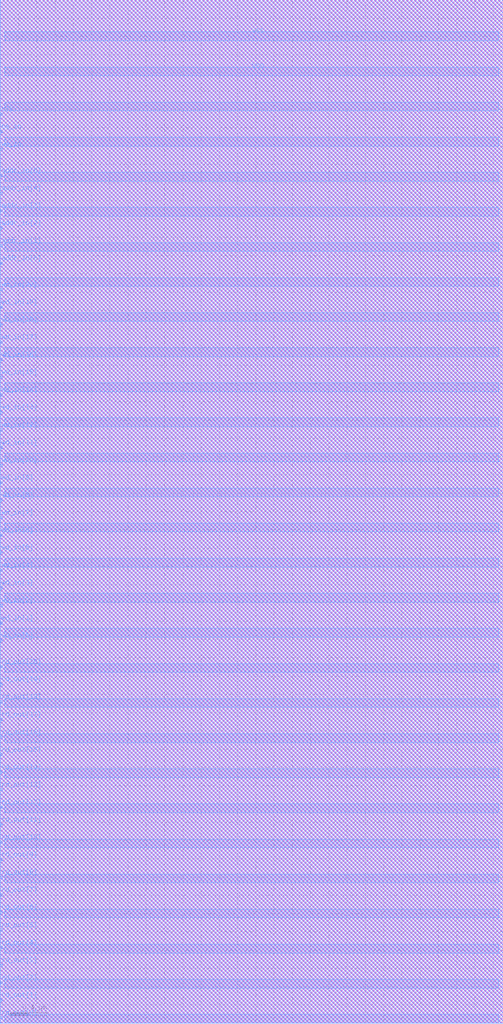
<source format=lef>
# Generated by FakeRAM 2.0
VERSION 5.7 ;
BUSBITCHARS "[]" ;
PROPERTYDEFINITIONS
  MACRO width INTEGER ;
  MACRO depth INTEGER ;
  MACRO banks INTEGER ;
END PROPERTYDEFINITIONS
MACRO fakeram7_64x21
  PROPERTY width 21 ;
  PROPERTY depth 64 ;
  PROPERTY banks 2 ;
  FOREIGN fakeram7_64x21 0 0 ;
  SYMMETRY X Y R90 ;
  SIZE 5.510 BY 11.200 ;
  CLASS BLOCK ;
  PIN rd_out[0]
    DIRECTION OUTPUT ;
    USE SIGNAL ;
    SHAPE ABUTMENT ;
    PORT
      LAYER M4 ;
      RECT 0.000 0.048 0.024 0.072 ;
    END
  END rd_out[0]
  PIN rd_out[1]
    DIRECTION OUTPUT ;
    USE SIGNAL ;
    SHAPE ABUTMENT ;
    PORT
      LAYER M4 ;
      RECT 0.000 0.240 0.024 0.264 ;
    END
  END rd_out[1]
  PIN rd_out[2]
    DIRECTION OUTPUT ;
    USE SIGNAL ;
    SHAPE ABUTMENT ;
    PORT
      LAYER M4 ;
      RECT 0.000 0.432 0.024 0.456 ;
    END
  END rd_out[2]
  PIN rd_out[3]
    DIRECTION OUTPUT ;
    USE SIGNAL ;
    SHAPE ABUTMENT ;
    PORT
      LAYER M4 ;
      RECT 0.000 0.624 0.024 0.648 ;
    END
  END rd_out[3]
  PIN rd_out[4]
    DIRECTION OUTPUT ;
    USE SIGNAL ;
    SHAPE ABUTMENT ;
    PORT
      LAYER M4 ;
      RECT 0.000 0.816 0.024 0.840 ;
    END
  END rd_out[4]
  PIN rd_out[5]
    DIRECTION OUTPUT ;
    USE SIGNAL ;
    SHAPE ABUTMENT ;
    PORT
      LAYER M4 ;
      RECT 0.000 1.008 0.024 1.032 ;
    END
  END rd_out[5]
  PIN rd_out[6]
    DIRECTION OUTPUT ;
    USE SIGNAL ;
    SHAPE ABUTMENT ;
    PORT
      LAYER M4 ;
      RECT 0.000 1.200 0.024 1.224 ;
    END
  END rd_out[6]
  PIN rd_out[7]
    DIRECTION OUTPUT ;
    USE SIGNAL ;
    SHAPE ABUTMENT ;
    PORT
      LAYER M4 ;
      RECT 0.000 1.392 0.024 1.416 ;
    END
  END rd_out[7]
  PIN rd_out[8]
    DIRECTION OUTPUT ;
    USE SIGNAL ;
    SHAPE ABUTMENT ;
    PORT
      LAYER M4 ;
      RECT 0.000 1.584 0.024 1.608 ;
    END
  END rd_out[8]
  PIN rd_out[9]
    DIRECTION OUTPUT ;
    USE SIGNAL ;
    SHAPE ABUTMENT ;
    PORT
      LAYER M4 ;
      RECT 0.000 1.776 0.024 1.800 ;
    END
  END rd_out[9]
  PIN rd_out[10]
    DIRECTION OUTPUT ;
    USE SIGNAL ;
    SHAPE ABUTMENT ;
    PORT
      LAYER M4 ;
      RECT 0.000 1.968 0.024 1.992 ;
    END
  END rd_out[10]
  PIN rd_out[11]
    DIRECTION OUTPUT ;
    USE SIGNAL ;
    SHAPE ABUTMENT ;
    PORT
      LAYER M4 ;
      RECT 0.000 2.160 0.024 2.184 ;
    END
  END rd_out[11]
  PIN rd_out[12]
    DIRECTION OUTPUT ;
    USE SIGNAL ;
    SHAPE ABUTMENT ;
    PORT
      LAYER M4 ;
      RECT 0.000 2.352 0.024 2.376 ;
    END
  END rd_out[12]
  PIN rd_out[13]
    DIRECTION OUTPUT ;
    USE SIGNAL ;
    SHAPE ABUTMENT ;
    PORT
      LAYER M4 ;
      RECT 0.000 2.544 0.024 2.568 ;
    END
  END rd_out[13]
  PIN rd_out[14]
    DIRECTION OUTPUT ;
    USE SIGNAL ;
    SHAPE ABUTMENT ;
    PORT
      LAYER M4 ;
      RECT 0.000 2.736 0.024 2.760 ;
    END
  END rd_out[14]
  PIN rd_out[15]
    DIRECTION OUTPUT ;
    USE SIGNAL ;
    SHAPE ABUTMENT ;
    PORT
      LAYER M4 ;
      RECT 0.000 2.928 0.024 2.952 ;
    END
  END rd_out[15]
  PIN rd_out[16]
    DIRECTION OUTPUT ;
    USE SIGNAL ;
    SHAPE ABUTMENT ;
    PORT
      LAYER M4 ;
      RECT 0.000 3.120 0.024 3.144 ;
    END
  END rd_out[16]
  PIN rd_out[17]
    DIRECTION OUTPUT ;
    USE SIGNAL ;
    SHAPE ABUTMENT ;
    PORT
      LAYER M4 ;
      RECT 0.000 3.312 0.024 3.336 ;
    END
  END rd_out[17]
  PIN rd_out[18]
    DIRECTION OUTPUT ;
    USE SIGNAL ;
    SHAPE ABUTMENT ;
    PORT
      LAYER M4 ;
      RECT 0.000 3.504 0.024 3.528 ;
    END
  END rd_out[18]
  PIN rd_out[19]
    DIRECTION OUTPUT ;
    USE SIGNAL ;
    SHAPE ABUTMENT ;
    PORT
      LAYER M4 ;
      RECT 0.000 3.696 0.024 3.720 ;
    END
  END rd_out[19]
  PIN rd_out[20]
    DIRECTION OUTPUT ;
    USE SIGNAL ;
    SHAPE ABUTMENT ;
    PORT
      LAYER M4 ;
      RECT 0.000 3.888 0.024 3.912 ;
    END
  END rd_out[20]
  PIN wd_in[0]
    DIRECTION INPUT ;
    USE SIGNAL ;
    SHAPE ABUTMENT ;
    PORT
      LAYER M4 ;
      RECT 0.000 4.176 0.024 4.200 ;
    END
  END wd_in[0]
  PIN wd_in[1]
    DIRECTION INPUT ;
    USE SIGNAL ;
    SHAPE ABUTMENT ;
    PORT
      LAYER M4 ;
      RECT 0.000 4.368 0.024 4.392 ;
    END
  END wd_in[1]
  PIN wd_in[2]
    DIRECTION INPUT ;
    USE SIGNAL ;
    SHAPE ABUTMENT ;
    PORT
      LAYER M4 ;
      RECT 0.000 4.560 0.024 4.584 ;
    END
  END wd_in[2]
  PIN wd_in[3]
    DIRECTION INPUT ;
    USE SIGNAL ;
    SHAPE ABUTMENT ;
    PORT
      LAYER M4 ;
      RECT 0.000 4.752 0.024 4.776 ;
    END
  END wd_in[3]
  PIN wd_in[4]
    DIRECTION INPUT ;
    USE SIGNAL ;
    SHAPE ABUTMENT ;
    PORT
      LAYER M4 ;
      RECT 0.000 4.944 0.024 4.968 ;
    END
  END wd_in[4]
  PIN wd_in[5]
    DIRECTION INPUT ;
    USE SIGNAL ;
    SHAPE ABUTMENT ;
    PORT
      LAYER M4 ;
      RECT 0.000 5.136 0.024 5.160 ;
    END
  END wd_in[5]
  PIN wd_in[6]
    DIRECTION INPUT ;
    USE SIGNAL ;
    SHAPE ABUTMENT ;
    PORT
      LAYER M4 ;
      RECT 0.000 5.328 0.024 5.352 ;
    END
  END wd_in[6]
  PIN wd_in[7]
    DIRECTION INPUT ;
    USE SIGNAL ;
    SHAPE ABUTMENT ;
    PORT
      LAYER M4 ;
      RECT 0.000 5.520 0.024 5.544 ;
    END
  END wd_in[7]
  PIN wd_in[8]
    DIRECTION INPUT ;
    USE SIGNAL ;
    SHAPE ABUTMENT ;
    PORT
      LAYER M4 ;
      RECT 0.000 5.712 0.024 5.736 ;
    END
  END wd_in[8]
  PIN wd_in[9]
    DIRECTION INPUT ;
    USE SIGNAL ;
    SHAPE ABUTMENT ;
    PORT
      LAYER M4 ;
      RECT 0.000 5.904 0.024 5.928 ;
    END
  END wd_in[9]
  PIN wd_in[10]
    DIRECTION INPUT ;
    USE SIGNAL ;
    SHAPE ABUTMENT ;
    PORT
      LAYER M4 ;
      RECT 0.000 6.096 0.024 6.120 ;
    END
  END wd_in[10]
  PIN wd_in[11]
    DIRECTION INPUT ;
    USE SIGNAL ;
    SHAPE ABUTMENT ;
    PORT
      LAYER M4 ;
      RECT 0.000 6.288 0.024 6.312 ;
    END
  END wd_in[11]
  PIN wd_in[12]
    DIRECTION INPUT ;
    USE SIGNAL ;
    SHAPE ABUTMENT ;
    PORT
      LAYER M4 ;
      RECT 0.000 6.480 0.024 6.504 ;
    END
  END wd_in[12]
  PIN wd_in[13]
    DIRECTION INPUT ;
    USE SIGNAL ;
    SHAPE ABUTMENT ;
    PORT
      LAYER M4 ;
      RECT 0.000 6.672 0.024 6.696 ;
    END
  END wd_in[13]
  PIN wd_in[14]
    DIRECTION INPUT ;
    USE SIGNAL ;
    SHAPE ABUTMENT ;
    PORT
      LAYER M4 ;
      RECT 0.000 6.864 0.024 6.888 ;
    END
  END wd_in[14]
  PIN wd_in[15]
    DIRECTION INPUT ;
    USE SIGNAL ;
    SHAPE ABUTMENT ;
    PORT
      LAYER M4 ;
      RECT 0.000 7.056 0.024 7.080 ;
    END
  END wd_in[15]
  PIN wd_in[16]
    DIRECTION INPUT ;
    USE SIGNAL ;
    SHAPE ABUTMENT ;
    PORT
      LAYER M4 ;
      RECT 0.000 7.248 0.024 7.272 ;
    END
  END wd_in[16]
  PIN wd_in[17]
    DIRECTION INPUT ;
    USE SIGNAL ;
    SHAPE ABUTMENT ;
    PORT
      LAYER M4 ;
      RECT 0.000 7.440 0.024 7.464 ;
    END
  END wd_in[17]
  PIN wd_in[18]
    DIRECTION INPUT ;
    USE SIGNAL ;
    SHAPE ABUTMENT ;
    PORT
      LAYER M4 ;
      RECT 0.000 7.632 0.024 7.656 ;
    END
  END wd_in[18]
  PIN wd_in[19]
    DIRECTION INPUT ;
    USE SIGNAL ;
    SHAPE ABUTMENT ;
    PORT
      LAYER M4 ;
      RECT 0.000 7.824 0.024 7.848 ;
    END
  END wd_in[19]
  PIN wd_in[20]
    DIRECTION INPUT ;
    USE SIGNAL ;
    SHAPE ABUTMENT ;
    PORT
      LAYER M4 ;
      RECT 0.000 8.016 0.024 8.040 ;
    END
  END wd_in[20]
  PIN addr_in[0]
    DIRECTION INPUT ;
    USE SIGNAL ;
    SHAPE ABUTMENT ;
    PORT
      LAYER M4 ;
      RECT 0.000 8.304 0.024 8.328 ;
    END
  END addr_in[0]
  PIN addr_in[1]
    DIRECTION INPUT ;
    USE SIGNAL ;
    SHAPE ABUTMENT ;
    PORT
      LAYER M4 ;
      RECT 0.000 8.496 0.024 8.520 ;
    END
  END addr_in[1]
  PIN addr_in[2]
    DIRECTION INPUT ;
    USE SIGNAL ;
    SHAPE ABUTMENT ;
    PORT
      LAYER M4 ;
      RECT 0.000 8.688 0.024 8.712 ;
    END
  END addr_in[2]
  PIN addr_in[3]
    DIRECTION INPUT ;
    USE SIGNAL ;
    SHAPE ABUTMENT ;
    PORT
      LAYER M4 ;
      RECT 0.000 8.880 0.024 8.904 ;
    END
  END addr_in[3]
  PIN addr_in[4]
    DIRECTION INPUT ;
    USE SIGNAL ;
    SHAPE ABUTMENT ;
    PORT
      LAYER M4 ;
      RECT 0.000 9.072 0.024 9.096 ;
    END
  END addr_in[4]
  PIN addr_in[5]
    DIRECTION INPUT ;
    USE SIGNAL ;
    SHAPE ABUTMENT ;
    PORT
      LAYER M4 ;
      RECT 0.000 9.264 0.024 9.288 ;
    END
  END addr_in[5]
  PIN we_in
    DIRECTION INPUT ;
    USE SIGNAL ;
    SHAPE ABUTMENT ;
    PORT
      LAYER M4 ;
      RECT 0.000 9.552 0.024 9.576 ;
    END
  END we_in
  PIN ce_in
    DIRECTION INPUT ;
    USE SIGNAL ;
    SHAPE ABUTMENT ;
    PORT
      LAYER M4 ;
      RECT 0.000 9.744 0.024 9.768 ;
    END
  END ce_in
  PIN clk
    DIRECTION INPUT ;
    USE SIGNAL ;
    SHAPE ABUTMENT ;
    PORT
      LAYER M4 ;
      RECT 0.000 9.936 0.024 9.960 ;
    END
  END clk
  PIN VSS
    DIRECTION INOUT ;
    USE GROUND ;
    PORT
      LAYER M4 ;
      RECT 0.048 0.000 5.462 0.096 ;
      RECT 0.048 0.768 5.462 0.864 ;
      RECT 0.048 1.536 5.462 1.632 ;
      RECT 0.048 2.304 5.462 2.400 ;
      RECT 0.048 3.072 5.462 3.168 ;
      RECT 0.048 3.840 5.462 3.936 ;
      RECT 0.048 4.608 5.462 4.704 ;
      RECT 0.048 5.376 5.462 5.472 ;
      RECT 0.048 6.144 5.462 6.240 ;
      RECT 0.048 6.912 5.462 7.008 ;
      RECT 0.048 7.680 5.462 7.776 ;
      RECT 0.048 8.448 5.462 8.544 ;
      RECT 0.048 9.216 5.462 9.312 ;
      RECT 0.048 9.984 5.462 10.080 ;
      RECT 0.048 10.752 5.462 10.848 ;
    END
  END VSS
  PIN VDD
    DIRECTION INOUT ;
    USE POWER ;
    PORT
      LAYER M4 ;
      RECT 0.048 0.384 5.462 0.480 ;
      RECT 0.048 1.152 5.462 1.248 ;
      RECT 0.048 1.920 5.462 2.016 ;
      RECT 0.048 2.688 5.462 2.784 ;
      RECT 0.048 3.456 5.462 3.552 ;
      RECT 0.048 4.224 5.462 4.320 ;
      RECT 0.048 4.992 5.462 5.088 ;
      RECT 0.048 5.760 5.462 5.856 ;
      RECT 0.048 6.528 5.462 6.624 ;
      RECT 0.048 7.296 5.462 7.392 ;
      RECT 0.048 8.064 5.462 8.160 ;
      RECT 0.048 8.832 5.462 8.928 ;
      RECT 0.048 9.600 5.462 9.696 ;
      RECT 0.048 10.368 5.462 10.464 ;
    END
  END VDD
  OBS
    LAYER M1 ;
    RECT 0 0 5.510 11.200 ;
    LAYER M2 ;
    RECT 0 0 5.510 11.200 ;
    LAYER M3 ;
    RECT 0 0 5.510 11.200 ;
    LAYER M4 ;
    RECT 0 0 5.510 11.200 ;
  END
END fakeram7_64x21

END LIBRARY

</source>
